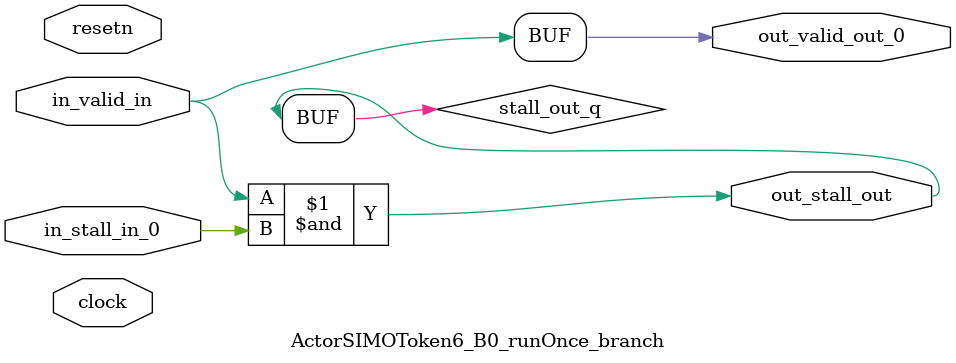
<source format=sv>



(* altera_attribute = "-name AUTO_SHIFT_REGISTER_RECOGNITION OFF; -name MESSAGE_DISABLE 10036; -name MESSAGE_DISABLE 10037; -name MESSAGE_DISABLE 14130; -name MESSAGE_DISABLE 14320; -name MESSAGE_DISABLE 15400; -name MESSAGE_DISABLE 14130; -name MESSAGE_DISABLE 10036; -name MESSAGE_DISABLE 12020; -name MESSAGE_DISABLE 12030; -name MESSAGE_DISABLE 12010; -name MESSAGE_DISABLE 12110; -name MESSAGE_DISABLE 14320; -name MESSAGE_DISABLE 13410; -name MESSAGE_DISABLE 113007; -name MESSAGE_DISABLE 10958" *)
module ActorSIMOToken6_B0_runOnce_branch (
    input wire [0:0] in_stall_in_0,
    input wire [0:0] in_valid_in,
    output wire [0:0] out_stall_out,
    output wire [0:0] out_valid_out_0,
    input wire clock,
    input wire resetn
    );

    wire [0:0] stall_out_q;


    // stall_out(LOGICAL,6)
    assign stall_out_q = in_valid_in & in_stall_in_0;

    // out_stall_out(GPOUT,4)
    assign out_stall_out = stall_out_q;

    // out_valid_out_0(GPOUT,5)
    assign out_valid_out_0 = in_valid_in;

endmodule

</source>
